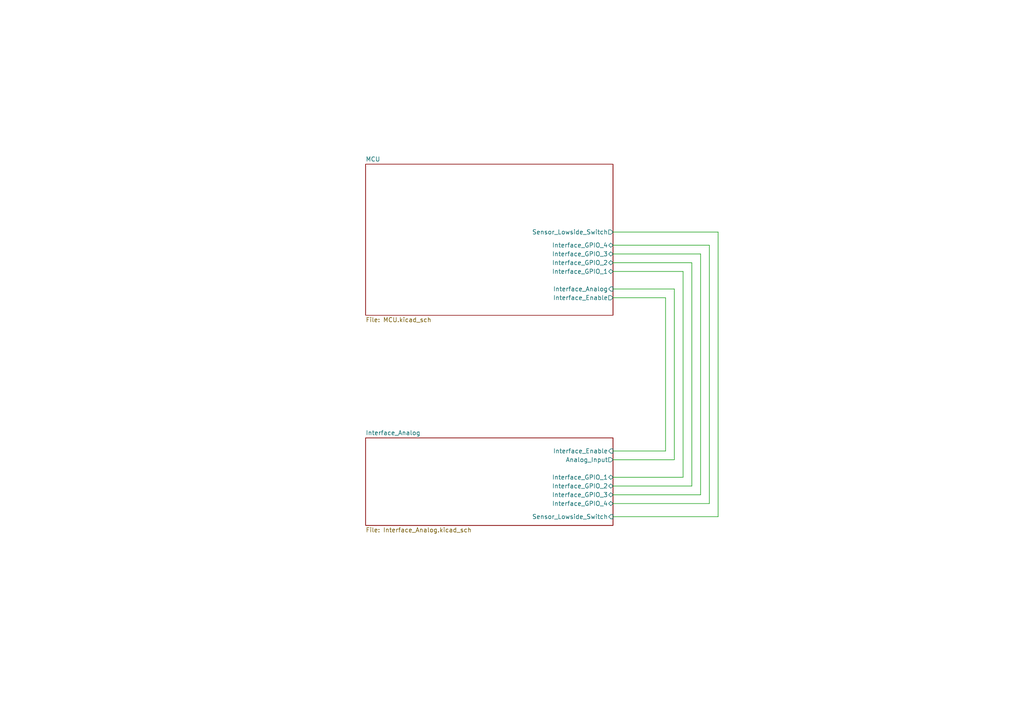
<source format=kicad_sch>
(kicad_sch
	(version 20250114)
	(generator "eeschema")
	(generator_version "9.0")
	(uuid "e63e39d7-6ac0-4ffd-8aa3-1841a4541b55")
	(paper "A4")
	(lib_symbols)
	(wire
		(pts
			(xy 177.8 146.05) (xy 205.74 146.05)
		)
		(stroke
			(width 0)
			(type default)
		)
		(uuid "0909c3cb-f8fb-4701-a8bb-a6f1c3a39970")
	)
	(wire
		(pts
			(xy 177.8 138.43) (xy 198.12 138.43)
		)
		(stroke
			(width 0)
			(type default)
		)
		(uuid "0d8c4115-bf4b-4c80-8bda-49abccca2539")
	)
	(wire
		(pts
			(xy 200.66 76.2) (xy 200.66 140.97)
		)
		(stroke
			(width 0)
			(type default)
		)
		(uuid "23b89133-987b-47d8-b14b-d50ce2a53088")
	)
	(wire
		(pts
			(xy 193.04 130.81) (xy 193.04 86.36)
		)
		(stroke
			(width 0)
			(type default)
		)
		(uuid "2cc67956-ffae-459a-b532-2cebe616f2f2")
	)
	(wire
		(pts
			(xy 177.8 86.36) (xy 193.04 86.36)
		)
		(stroke
			(width 0)
			(type default)
		)
		(uuid "34e967b3-de57-4561-9dd5-96c5dc3a6c07")
	)
	(wire
		(pts
			(xy 198.12 78.74) (xy 198.12 138.43)
		)
		(stroke
			(width 0)
			(type default)
		)
		(uuid "49eee10f-13be-4d78-9449-afdce737957d")
	)
	(wire
		(pts
			(xy 203.2 143.51) (xy 177.8 143.51)
		)
		(stroke
			(width 0)
			(type default)
		)
		(uuid "4a14968b-76bc-47d6-bd30-de0564ea7b13")
	)
	(wire
		(pts
			(xy 195.58 83.82) (xy 195.58 133.35)
		)
		(stroke
			(width 0)
			(type default)
		)
		(uuid "5506e7e2-54fb-4491-9edf-94ad1fd65897")
	)
	(wire
		(pts
			(xy 203.2 73.66) (xy 203.2 143.51)
		)
		(stroke
			(width 0)
			(type default)
		)
		(uuid "591ef5ca-255f-4f37-b5de-01b63b5891b9")
	)
	(wire
		(pts
			(xy 205.74 71.12) (xy 177.8 71.12)
		)
		(stroke
			(width 0)
			(type default)
		)
		(uuid "703dc1ea-7477-4521-ad7e-f4dc105755b0")
	)
	(wire
		(pts
			(xy 177.8 76.2) (xy 200.66 76.2)
		)
		(stroke
			(width 0)
			(type default)
		)
		(uuid "82c9a5d8-d7df-4e74-950d-e2c50e8ea056")
	)
	(wire
		(pts
			(xy 177.8 149.86) (xy 208.28 149.86)
		)
		(stroke
			(width 0)
			(type default)
		)
		(uuid "8fcbf666-2af0-4f2f-af59-3f61336435e8")
	)
	(wire
		(pts
			(xy 177.8 83.82) (xy 195.58 83.82)
		)
		(stroke
			(width 0)
			(type default)
		)
		(uuid "99edd07c-6552-43af-91af-ada5a6006611")
	)
	(wire
		(pts
			(xy 177.8 73.66) (xy 203.2 73.66)
		)
		(stroke
			(width 0)
			(type default)
		)
		(uuid "9afee4d4-bc1d-4907-886d-9a75445c8282")
	)
	(wire
		(pts
			(xy 208.28 67.31) (xy 208.28 149.86)
		)
		(stroke
			(width 0)
			(type default)
		)
		(uuid "9d1e0703-c48f-4cdb-b9fa-eaeacc08e660")
	)
	(wire
		(pts
			(xy 177.8 133.35) (xy 195.58 133.35)
		)
		(stroke
			(width 0)
			(type default)
		)
		(uuid "9ed9e5e1-ec32-4559-9e63-9ef43cd4e607")
	)
	(wire
		(pts
			(xy 200.66 140.97) (xy 177.8 140.97)
		)
		(stroke
			(width 0)
			(type default)
		)
		(uuid "ce47932c-3469-4ba2-81c3-6e55143c92d0")
	)
	(wire
		(pts
			(xy 177.8 78.74) (xy 198.12 78.74)
		)
		(stroke
			(width 0)
			(type default)
		)
		(uuid "ef570697-6c07-4ce9-bb8e-0122c3431cd0")
	)
	(wire
		(pts
			(xy 177.8 130.81) (xy 193.04 130.81)
		)
		(stroke
			(width 0)
			(type default)
		)
		(uuid "f8a8b2ba-4542-4d8f-8715-effe5a424c22")
	)
	(wire
		(pts
			(xy 205.74 146.05) (xy 205.74 71.12)
		)
		(stroke
			(width 0)
			(type default)
		)
		(uuid "fce35ac1-09ea-4c2c-a384-35e2cbda841e")
	)
	(wire
		(pts
			(xy 177.8 67.31) (xy 208.28 67.31)
		)
		(stroke
			(width 0)
			(type default)
		)
		(uuid "fe0118d6-b1ae-4081-9b55-ce9a6a8c7b5b")
	)
	(sheet
		(at 106.045 127)
		(size 71.755 25.4)
		(exclude_from_sim no)
		(in_bom yes)
		(on_board yes)
		(dnp no)
		(fields_autoplaced yes)
		(stroke
			(width 0.1524)
			(type solid)
		)
		(fill
			(color 0 0 0 0.0000)
		)
		(uuid "a7e4ce5c-98fb-48d0-9ff3-cdec8a457bcf")
		(property "Sheetname" "Interface_Analog"
			(at 106.045 126.2884 0)
			(effects
				(font
					(size 1.27 1.27)
				)
				(justify left bottom)
			)
		)
		(property "Sheetfile" "Interface_Analog.kicad_sch"
			(at 106.045 152.9846 0)
			(effects
				(font
					(size 1.27 1.27)
				)
				(justify left top)
			)
		)
		(pin "Interface_Enable" input
			(at 177.8 130.81 0)
			(uuid "df05fe3c-61b9-4cee-81cc-044137de3924")
			(effects
				(font
					(size 1.27 1.27)
				)
				(justify right)
			)
		)
		(pin "Analog_Input" output
			(at 177.8 133.35 0)
			(uuid "6eb0e27b-deaa-4294-ba5a-1094c195e7e8")
			(effects
				(font
					(size 1.27 1.27)
				)
				(justify right)
			)
		)
		(pin "Interface_GPIO_4" bidirectional
			(at 177.8 146.05 0)
			(uuid "29bec03b-a979-4b48-b911-49e0c7bbb9dd")
			(effects
				(font
					(size 1.27 1.27)
				)
				(justify right)
			)
		)
		(pin "Interface_GPIO_2" bidirectional
			(at 177.8 140.97 0)
			(uuid "c78146a0-f031-4533-b4ee-c2bfe1c4b0af")
			(effects
				(font
					(size 1.27 1.27)
				)
				(justify right)
			)
		)
		(pin "Interface_GPIO_3" bidirectional
			(at 177.8 143.51 0)
			(uuid "6c9bd8c2-4abe-4d5d-a523-33bf62b36c2a")
			(effects
				(font
					(size 1.27 1.27)
				)
				(justify right)
			)
		)
		(pin "Interface_GPIO_1" bidirectional
			(at 177.8 138.43 0)
			(uuid "f9f16e30-6a83-4e02-a02a-80783de041a1")
			(effects
				(font
					(size 1.27 1.27)
				)
				(justify right)
			)
		)
		(pin "Sensor_Lowside_Switch" input
			(at 177.8 149.86 0)
			(uuid "296d21c4-2543-42c4-8ac9-4d3862d17f31")
			(effects
				(font
					(size 1.27 1.27)
				)
				(justify right)
			)
		)
		(instances
			(project "Analog-Adapter"
				(path "/e63e39d7-6ac0-4ffd-8aa3-1841a4541b55"
					(page "3")
				)
			)
		)
	)
	(sheet
		(at 106.045 47.625)
		(size 71.755 43.815)
		(exclude_from_sim no)
		(in_bom yes)
		(on_board yes)
		(dnp no)
		(fields_autoplaced yes)
		(stroke
			(width 0.1524)
			(type solid)
		)
		(fill
			(color 0 0 0 0.0000)
		)
		(uuid "d3e133b7-2c84-4206-a2b1-e693cb57fe56")
		(property "Sheetname" "MCU"
			(at 106.045 46.9134 0)
			(effects
				(font
					(size 1.27 1.27)
				)
				(justify left bottom)
			)
		)
		(property "Sheetfile" "MCU.kicad_sch"
			(at 106.045 92.0246 0)
			(effects
				(font
					(size 1.27 1.27)
				)
				(justify left top)
			)
		)
		(pin "Interface_Enable" output
			(at 177.8 86.36 0)
			(uuid "dc2bde57-2c8a-4d2d-908a-f9f099be5847")
			(effects
				(font
					(size 1.27 1.27)
				)
				(justify right)
			)
		)
		(pin "Interface_GPIO_2" bidirectional
			(at 177.8 76.2 0)
			(uuid "d6ecaf21-57b3-4a13-a798-bb851ec91516")
			(effects
				(font
					(size 1.27 1.27)
				)
				(justify right)
			)
		)
		(pin "Interface_Analog" input
			(at 177.8 83.82 0)
			(uuid "54b8ffb7-651a-4721-a9c3-e03031380604")
			(effects
				(font
					(size 1.27 1.27)
				)
				(justify right)
			)
		)
		(pin "Interface_GPIO_3" bidirectional
			(at 177.8 73.66 0)
			(uuid "701e2284-bb3f-43b7-9e4d-b122f2454053")
			(effects
				(font
					(size 1.27 1.27)
				)
				(justify right)
			)
		)
		(pin "Interface_GPIO_4" bidirectional
			(at 177.8 71.12 0)
			(uuid "842a9bae-6fab-4b45-a90e-656b100c2cbd")
			(effects
				(font
					(size 1.27 1.27)
				)
				(justify right)
			)
		)
		(pin "Interface_GPIO_1" bidirectional
			(at 177.8 78.74 0)
			(uuid "9f9a3261-e471-4a05-943c-08cb63c12ac7")
			(effects
				(font
					(size 1.27 1.27)
				)
				(justify right)
			)
		)
		(pin "Sensor_Lowside_Switch" output
			(at 177.8 67.31 0)
			(uuid "57d5bcf0-a5bf-40ea-a841-5ebaec34646b")
			(effects
				(font
					(size 1.27 1.27)
				)
				(justify right)
			)
		)
		(instances
			(project "Analog-Adapter"
				(path "/e63e39d7-6ac0-4ffd-8aa3-1841a4541b55"
					(page "2")
				)
			)
		)
	)
	(sheet_instances
		(path "/"
			(page "1")
		)
	)
	(embedded_fonts no)
)

</source>
